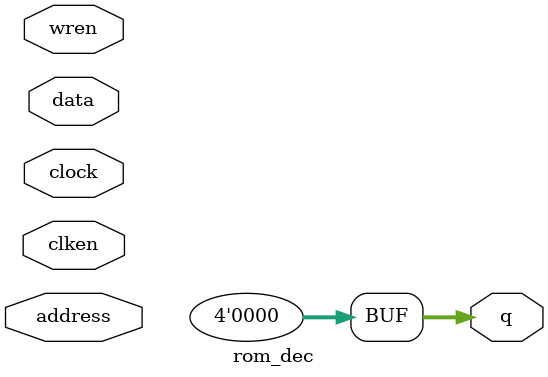
<source format=v>
module rom_dec(	// file.cleaned.mlir:2:3
  input  [7:0] address,	// file.cleaned.mlir:2:25
  input        clken,	// file.cleaned.mlir:2:43
               clock,	// file.cleaned.mlir:2:59
  input  [3:0] data,	// file.cleaned.mlir:2:75
  input        wren,	// file.cleaned.mlir:2:90
  output [3:0] q	// file.cleaned.mlir:2:106
);

  assign q = 4'h0;	// file.cleaned.mlir:3:14, :4:5
endmodule


</source>
